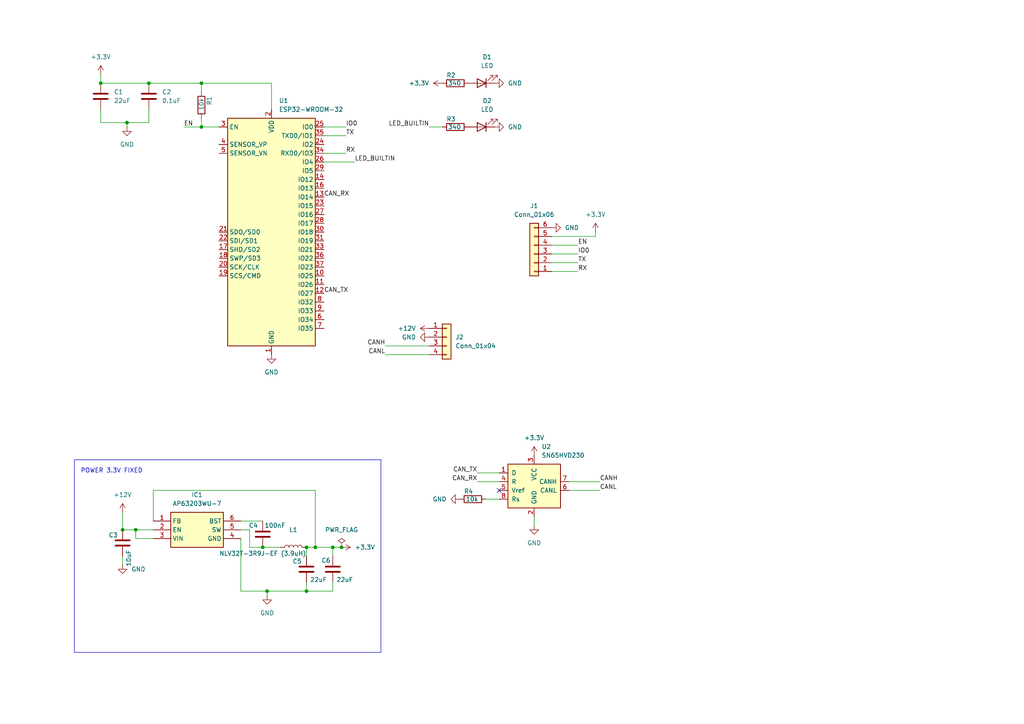
<source format=kicad_sch>
(kicad_sch (version 20250114) (generator "eeschema") (generator_version "9.0")
  (paper "A4")
  (lib_symbols
    (symbol "Connector_Generic:Conn_01x04" (pin_names (offset 1.016) (hide yes))
      (property "Reference" "J" (at 0 5.08 0))
      (property "Value" "Conn_01x04" (at 0 -7.62 0))
      (symbol "Conn_01x04_1_1"
        (rectangle (start -1.27 3.81) (end 1.27 -6.35) (stroke (width 0.254)) (fill (type background)))
        (rectangle (start -1.27 2.667) (end 0 2.413) (stroke (width 0.1524)))
        (rectangle (start -1.27 0.127) (end 0 -0.127) (stroke (width 0.1524)))
        (rectangle (start -1.27 -2.413) (end 0 -2.667) (stroke (width 0.1524)))
        (rectangle (start -1.27 -4.953) (end 0 -5.207) (stroke (width 0.1524)))
        (pin passive line (at -5.08 2.54 0) (length 3.81) (name "Pin_1") (number "1"))
        (pin passive line (at -5.08 0 0) (length 3.81) (name "Pin_2") (number "2"))
        (pin passive line (at -5.08 -2.54 0) (length 3.81) (name "Pin_3") (number "3"))
        (pin passive line (at -5.08 -5.08 0) (length 3.81) (name "Pin_4") (number "4"))
      )
    )
    (symbol "Connector_Generic:Conn_01x06" (pin_names (offset 1.016) (hide yes))
      (property "Reference" "J" (at 0 7.62 0))
      (property "Value" "Conn_01x06" (at 0 -10.16 0))
      (symbol "Conn_01x06_1_1"
        (rectangle (start -1.27 6.35) (end 1.27 -8.89) (stroke (width 0.254)) (fill (type background)))
        (rectangle (start -1.27 5.207) (end 0 4.953) (stroke (width 0.1524)))
        (rectangle (start -1.27 2.667) (end 0 2.413) (stroke (width 0.1524)))
        (rectangle (start -1.27 0.127) (end 0 -0.127) (stroke (width 0.1524)))
        (rectangle (start -1.27 -2.413) (end 0 -2.667) (stroke (width 0.1524)))
        (rectangle (start -1.27 -4.953) (end 0 -5.207) (stroke (width 0.1524)))
        (rectangle (start -1.27 -7.493) (end 0 -7.747) (stroke (width 0.1524)))
        (pin passive line (at -5.08 5.08 0) (length 3.81) (name "Pin_1") (number "1"))
        (pin passive line (at -5.08 2.54 0) (length 3.81) (name "Pin_2") (number "2"))
        (pin passive line (at -5.08 0 0) (length 3.81) (name "Pin_3") (number "3"))
        (pin passive line (at -5.08 -2.54 0) (length 3.81) (name "Pin_4") (number "4"))
        (pin passive line (at -5.08 -5.08 0) (length 3.81) (name "Pin_5") (number "5"))
        (pin passive line (at -5.08 -7.62 0) (length 3.81) (name "Pin_6") (number "6"))
      )
    )
    (symbol "Custom:AP63203WU-7"
      (property "Reference" "IC" (at 21.59 7.62 0))
      (property "Value" "AP63203WU-7" (at 21.59 5.08 0))
      (symbol "AP63203WU-7_1_1"
        (rectangle (start 5.08 2.54) (end 20.32 -7.62) (stroke (width 0.254)) (fill (type background)))
        (pin passive line (at 0 0 0) (length 5.08) (name "FB") (number "1"))
        (pin passive line (at 0 -2.54 0) (length 5.08) (name "EN") (number "2"))
        (pin passive line (at 0 -5.08 0) (length 5.08) (name "VIN") (number "3"))
        (pin passive line (at 25.4 0 180) (length 5.08) (name "BST") (number "6"))
        (pin passive line (at 25.4 -2.54 180) (length 5.08) (name "SW") (number "5"))
        (pin passive line (at 25.4 -5.08 180) (length 5.08) (name "GND") (number "4"))
      )
    )
    (symbol "Device:C" (pin_numbers (hide yes)) (pin_names (offset 0.254))
      (property "Reference" "C" (at 0.635 2.54 0))
      (property "Value" "C" (at 0.635 -2.54 0))
      (symbol "C_0_1"
        (polyline (pts (xy -2.032 0.762) (xy 2.032 0.762)) (stroke (width 0.508)))
        (polyline (pts (xy -2.032 -0.762) (xy 2.032 -0.762)) (stroke (width 0.508)))
      )
      (symbol "C_1_1"
        (pin passive line (at 0 3.81 270) (length 2.794) (name "~") (number "1"))
        (pin passive line (at 0 -3.81 90) (length 2.794) (name "~") (number "2"))
      )
    )
    (symbol "Device:L" (pin_numbers (hide yes)) (pin_names (offset 1.016) (hide yes))
      (property "Reference" "L" (at -1.27 0 90))
      (property "Value" "L" (at 1.905 0 90))
      (symbol "L_0_1"
        (arc (start 0 2.54) (mid 0.6323 1.905) (end 0 1.27))
        (arc (start 0 1.27) (mid 0.6323 0.635) (end 0 0))
        (arc (start 0 0) (mid 0.6323 -0.635) (end 0 -1.27))
        (arc (start 0 -1.27) (mid 0.6323 -1.905) (end 0 -2.54))
      )
      (symbol "L_1_1"
        (pin passive line (at 0 3.81 270) (length 1.27) (name "1") (number "1"))
        (pin passive line (at 0 -3.81 90) (length 1.27) (name "2") (number "2"))
      )
    )
    (symbol "Device:LED" (pin_numbers (hide yes)) (pin_names (offset 1.016) (hide yes))
      (property "Reference" "D" (at 0 2.54 0))
      (property "Value" "LED" (at 0 -2.54 0))
      (symbol "LED_0_1"
        (polyline (pts (xy -3.048 -0.762) (xy -4.572 -2.286) (xy -3.81 -2.286) (xy -4.572 -2.286) (xy -4.572 -1.524)))
        (polyline (pts (xy -1.778 -0.762) (xy -3.302 -2.286) (xy -2.54 -2.286) (xy -3.302 -2.286) (xy -3.302 -1.524)))
        (polyline (pts (xy -1.27 0) (xy 1.27 0)))
        (polyline (pts (xy -1.27 -1.27) (xy -1.27 1.27)) (stroke (width 0.254)))
        (polyline (pts (xy 1.27 -1.27) (xy 1.27 1.27) (xy -1.27 0) (xy 1.27 -1.27)) (stroke (width 0.254)))
      )
      (symbol "LED_1_1"
        (pin passive line (at -3.81 0 0) (length 2.54) (name "K") (number "1"))
        (pin passive line (at 3.81 0 180) (length 2.54) (name "A") (number "2"))
      )
    )
    (symbol "Device:R" (pin_numbers (hide yes)) (pin_names (offset 0))
      (property "Reference" "R" (at 2.032 0 90))
      (property "Value" "R" (at 0 0 90))
      (symbol "R_0_1"
        (rectangle (start -1.016 -2.54) (end 1.016 2.54) (stroke (width 0.254)))
      )
      (symbol "R_1_1"
        (pin passive line (at 0 3.81 270) (length 1.27) (name "~") (number "1"))
        (pin passive line (at 0 -3.81 90) (length 1.27) (name "~") (number "2"))
      )
    )
    (symbol "Interface_CAN_LIN:SN65HVD230" (pin_names (offset 1.016))
      (property "Reference" "U" (at -2.54 10.16 0))
      (property "Value" "SN65HVD230" (at -2.54 7.62 0))
      (symbol "SN65HVD230_0_1"
        (rectangle (start -7.62 5.08) (end 7.62 -7.62) (stroke (width 0.254)) (fill (type background)))
      )
      (symbol "SN65HVD230_1_1"
        (pin input line (at -10.16 2.54 0) (length 2.54) (name "D") (number "1"))
        (pin output line (at -10.16 0 0) (length 2.54) (name "R") (number "4"))
        (pin output line (at -10.16 -2.54 0) (length 2.54) (name "Vref") (number "5"))
        (pin input line (at -10.16 -5.08 0) (length 2.54) (name "Rs") (number "8"))
        (pin power_in line (at 0 7.62 270) (length 2.54) (name "VCC") (number "3"))
        (pin power_in line (at 0 -10.16 90) (length 2.54) (name "GND") (number "2"))
        (pin bidirectional line (at 10.16 0 180) (length 2.54) (name "CANH") (number "7"))
        (pin bidirectional line (at 10.16 -2.54 180) (length 2.54) (name "CANL") (number "6"))
      )
    )
    (symbol "RF_Module:ESP32-WROOM-32"
      (property "Reference" "U" (at -12.7 34.29 0))
      (property "Value" "ESP32-WROOM-32" (at 1.27 34.29 0))
      (symbol "ESP32-WROOM-32_0_1"
        (rectangle (start -12.7 33.02) (end 12.7 -33.02) (stroke (width 0.254)) (fill (type background)))
      )
      (symbol "ESP32-WROOM-32_1_1"
        (pin input line (at -15.24 30.48 0) (length 2.54) (name "EN") (number "3"))
        (pin input line (at -15.24 25.4 0) (length 2.54) (name "SENSOR_VP") (number "4"))
        (pin input line (at -15.24 22.86 0) (length 2.54) (name "SENSOR_VN") (number "5"))
        (pin bidirectional line (at -15.24 0 0) (length 2.54) (name "SDO/SD0") (number "21"))
        (pin bidirectional line (at -15.24 -2.54 0) (length 2.54) (name "SDI/SD1") (number "22"))
        (pin bidirectional line (at -15.24 -5.08 0) (length 2.54) (name "SHD/SD2") (number "17"))
        (pin bidirectional line (at -15.24 -7.62 0) (length 2.54) (name "SWP/SD3") (number "18"))
        (pin bidirectional line (at -15.24 -10.16 0) (length 2.54) (name "SCK/CLK") (number "20"))
        (pin bidirectional line (at -15.24 -12.7 0) (length 2.54) (name "SCS/CMD") (number "19"))
        (pin no_connect line (at -12.7 -27.94 0) (length 2.54) (hide yes) (name "NC") (number "32"))
        (pin power_in line (at 0 35.56 270) (length 2.54) (name "VDD") (number "2"))
        (pin power_in line (at 0 -35.56 90) (length 2.54) (name "GND") (number "1"))
        (pin passive line (at 0 -35.56 90) (length 2.54) (hide yes) (name "GND") (number "15"))
        (pin passive line (at 0 -35.56 90) (length 2.54) (hide yes) (name "GND") (number "38"))
        (pin passive line (at 0 -35.56 90) (length 2.54) (hide yes) (name "GND") (number "39"))
        (pin bidirectional line (at 15.24 30.48 180) (length 2.54) (name "IO0") (number "25"))
        (pin bidirectional line (at 15.24 27.94 180) (length 2.54) (name "TXD0/IO1") (number "35"))
        (pin bidirectional line (at 15.24 25.4 180) (length 2.54) (name "IO2") (number "24"))
        (pin bidirectional line (at 15.24 22.86 180) (length 2.54) (name "RXD0/IO3") (number "34"))
        (pin bidirectional line (at 15.24 20.32 180) (length 2.54) (name "IO4") (number "26"))
        (pin bidirectional line (at 15.24 17.78 180) (length 2.54) (name "IO5") (number "29"))
        (pin bidirectional line (at 15.24 15.24 180) (length 2.54) (name "IO12") (number "14"))
        (pin bidirectional line (at 15.24 12.7 180) (length 2.54) (name "IO13") (number "16"))
        (pin bidirectional line (at 15.24 10.16 180) (length 2.54) (name "IO14") (number "13"))
        (pin bidirectional line (at 15.24 7.62 180) (length 2.54) (name "IO15") (number "23"))
        (pin bidirectional line (at 15.24 5.08 180) (length 2.54) (name "IO16") (number "27"))
        (pin bidirectional line (at 15.24 2.54 180) (length 2.54) (name "IO17") (number "28"))
        (pin bidirectional line (at 15.24 0 180) (length 2.54) (name "IO18") (number "30"))
        (pin bidirectional line (at 15.24 -2.54 180) (length 2.54) (name "IO19") (number "31"))
        (pin bidirectional line (at 15.24 -5.08 180) (length 2.54) (name "IO21") (number "33"))
        (pin bidirectional line (at 15.24 -7.62 180) (length 2.54) (name "IO22") (number "36"))
        (pin bidirectional line (at 15.24 -10.16 180) (length 2.54) (name "IO23") (number "37"))
        (pin bidirectional line (at 15.24 -12.7 180) (length 2.54) (name "IO25") (number "10"))
        (pin bidirectional line (at 15.24 -15.24 180) (length 2.54) (name "IO26") (number "11"))
        (pin bidirectional line (at 15.24 -17.78 180) (length 2.54) (name "IO27") (number "12"))
        (pin bidirectional line (at 15.24 -20.32 180) (length 2.54) (name "IO32") (number "8"))
        (pin bidirectional line (at 15.24 -22.86 180) (length 2.54) (name "IO33") (number "9"))
        (pin input line (at 15.24 -25.4 180) (length 2.54) (name "IO34") (number "6"))
        (pin input line (at 15.24 -27.94 180) (length 2.54) (name "IO35") (number "7"))
      )
    )
    (symbol "power:+12V" (power) (pin_numbers (hide yes)) (pin_names (offset 0) (hide yes))
      (property "Value" "+12V" (at 0 3.556 0))
      (symbol "+12V_0_1"
        (polyline (pts (xy -0.762 1.27) (xy 0 2.54)))
        (polyline (pts (xy 0 2.54) (xy 0.762 1.27)))
        (polyline (pts (xy 0 0) (xy 0 2.54)))
      )
      (symbol "+12V_1_1"
        (pin power_in line (at 0 0 90) (length 0) (name "~") (number "1"))
      )
    )
    (symbol "power:+3.3V" (power) (pin_numbers (hide yes)) (pin_names (offset 0) (hide yes))
      (property "Value" "+3.3V" (at 0 3.556 0))
      (symbol "+3.3V_0_1"
        (polyline (pts (xy -0.762 1.27) (xy 0 2.54)))
        (polyline (pts (xy 0 2.54) (xy 0.762 1.27)))
        (polyline (pts (xy 0 0) (xy 0 2.54)))
      )
      (symbol "+3.3V_1_1"
        (pin power_in line (at 0 0 90) (length 0) (name "~") (number "1"))
      )
    )
    (symbol "power:GND" (power) (pin_numbers (hide yes)) (pin_names (offset 0) (hide yes))
      (property "Value" "GND" (at 0 -3.81 0))
      (symbol "GND_0_1"
        (polyline (pts (xy 0 0) (xy 0 -1.27) (xy 1.27 -1.27) (xy 0 -2.54) (xy -1.27 -1.27) (xy 0 -1.27)))
      )
      (symbol "GND_1_1"
        (pin power_in line (at 0 0 270) (length 0) (name "~") (number "1"))
      )
    )
    (symbol "power:PWR_FLAG" (power) (pin_numbers (hide yes)) (pin_names (offset 0) (hide yes))
      (property "Value" "PWR_FLAG" (at 0 3.81 0))
      (symbol "PWR_FLAG_0_0"
        (pin power_out line (at 0 0 90) (length 0) (name "~") (number "1"))
      )
      (symbol "PWR_FLAG_0_1"
        (polyline (pts (xy 0 0) (xy 0 1.27) (xy -1.016 1.905) (xy 0 2.54) (xy 1.016 1.905) (xy 0 1.27)))
      )
    )
  )
  (rectangle (start 21.59 133.35) (end 110.49 189.23))
  (text "POWER 3.3V FIXED" (at 23.368 135.89 0) (effects (font (size 1.27 1.27)) (justify left top)))
  (junction (at 58.42 36.83))
  (junction (at 35.56 153.67))
  (junction (at 36.83 35.56))
  (junction (at 58.42 24.13))
  (junction (at 88.9 171.45))
  (junction (at 88.9 158.75))
  (junction (at 39.37 153.67))
  (junction (at 29.21 24.13))
  (junction (at 96.52 158.75))
  (junction (at 91.44 158.75))
  (junction (at 76.2 158.75))
  (junction (at 99.06 158.75))
  (junction (at 77.47 171.45))
  (junction (at 43.18 24.13))
  (no_connect (at 144.78 142.24))
  (wire (pts (xy 44.45 142.24) (xy 44.45 151.13)))
  (wire (pts (xy 138.43 139.7) (xy 144.78 139.7)))
  (wire (pts (xy 124.46 36.83) (xy 128.27 36.83)))
  (wire (pts (xy 69.85 151.13) (xy 76.2 151.13)))
  (wire (pts (xy 69.85 153.67) (xy 72.39 153.67)))
  (wire (pts (xy 69.85 171.45) (xy 77.47 171.45)))
  (wire (pts (xy 39.37 153.67) (xy 44.45 153.67)))
  (wire (pts (xy 96.52 168.91) (xy 96.52 171.45)))
  (wire (pts (xy 58.42 34.29) (xy 58.42 36.83)))
  (wire (pts (xy 72.39 153.67) (xy 72.39 158.75)))
  (wire (pts (xy 29.21 35.56) (xy 36.83 35.56)))
  (wire (pts (xy 91.44 158.75) (xy 96.52 158.75)))
  (wire (pts (xy 88.9 168.91) (xy 88.9 171.45)))
  (wire (pts (xy 29.21 21.59) (xy 29.21 24.13)))
  (wire (pts (xy 36.83 35.56) (xy 36.83 36.83)))
  (wire (pts (xy 77.47 171.45) (xy 88.9 171.45)))
  (wire (pts (xy 58.42 24.13) (xy 78.74 24.13)))
  (wire (pts (xy 39.37 156.21) (xy 44.45 156.21)))
  (wire (pts (xy 72.39 158.75) (xy 76.2 158.75)))
  (wire (pts (xy 29.21 24.13) (xy 43.18 24.13)))
  (wire (pts (xy 138.43 137.16) (xy 144.78 137.16)))
  (wire (pts (xy 35.56 153.67) (xy 39.37 153.67)))
  (wire (pts (xy 58.42 26.67) (xy 58.42 24.13)))
  (wire (pts (xy 96.52 158.75) (xy 99.06 158.75)))
  (wire (pts (xy 167.64 78.74) (xy 160.02 78.74)))
  (wire (pts (xy 43.18 24.13) (xy 58.42 24.13)))
  (wire (pts (xy 78.74 24.13) (xy 78.74 31.75)))
  (wire (pts (xy 167.64 76.2) (xy 160.02 76.2)))
  (wire (pts (xy 36.83 35.56) (xy 43.18 35.56)))
  (wire (pts (xy 93.98 44.45) (xy 100.33 44.45)))
  (wire (pts (xy 35.56 148.59) (xy 35.56 153.67)))
  (wire (pts (xy 91.44 142.24) (xy 44.45 142.24)))
  (wire (pts (xy 53.34 36.83) (xy 58.42 36.83)))
  (wire (pts (xy 154.94 152.4) (xy 154.94 149.86)))
  (wire (pts (xy 173.99 142.24) (xy 165.1 142.24)))
  (wire (pts (xy 93.98 36.83) (xy 100.33 36.83)))
  (wire (pts (xy 77.47 171.45) (xy 77.47 172.72)))
  (wire (pts (xy 111.76 102.87) (xy 124.46 102.87)))
  (wire (pts (xy 111.76 100.33) (xy 124.46 100.33)))
  (wire (pts (xy 160.02 68.58) (xy 172.72 68.58)))
  (wire (pts (xy 140.97 144.78) (xy 144.78 144.78)))
  (wire (pts (xy 93.98 39.37) (xy 100.33 39.37)))
  (wire (pts (xy 88.9 171.45) (xy 96.52 171.45)))
  (wire (pts (xy 173.99 139.7) (xy 165.1 139.7)))
  (wire (pts (xy 91.44 158.75) (xy 91.44 142.24)))
  (wire (pts (xy 35.56 161.29) (xy 35.56 163.83)))
  (wire (pts (xy 43.18 31.75) (xy 43.18 35.56)))
  (wire (pts (xy 76.2 158.75) (xy 81.28 158.75)))
  (wire (pts (xy 39.37 156.21) (xy 39.37 153.67)))
  (wire (pts (xy 96.52 161.29) (xy 96.52 158.75)))
  (wire (pts (xy 167.64 73.66) (xy 160.02 73.66)))
  (wire (pts (xy 29.21 31.75) (xy 29.21 35.56)))
  (wire (pts (xy 167.64 71.12) (xy 160.02 71.12)))
  (wire (pts (xy 69.85 156.21) (xy 69.85 171.45)))
  (wire (pts (xy 102.87 46.99) (xy 93.98 46.99)))
  (wire (pts (xy 172.72 68.58) (xy 172.72 67.31)))
  (wire (pts (xy 58.42 36.83) (xy 63.5 36.83)))
  (wire (pts (xy 88.9 158.75) (xy 91.44 158.75)))
  (wire (pts (xy 88.9 161.29) (xy 88.9 158.75)))
  (label "CAN_RX" (at 93.98 57.15 0))
  (label "CANL" (at 111.76 102.87 180))
  (label "RX" (at 167.64 78.74 0))
  (label "CAN_TX" (at 93.98 85.09 0))
  (label "CAN_TX" (at 138.43 137.16 180))
  (label "IO0" (at 100.33 36.83 0))
  (label "LED_BUILTIN" (at 102.87 46.99 0))
  (label "CANL" (at 173.99 142.24 0))
  (label "EN" (at 167.64 71.12 0))
  (label "TX" (at 167.64 76.2 0))
  (label "RX" (at 100.33 44.45 0))
  (label "CAN_RX" (at 138.43 139.7 180))
  (label "TX" (at 100.33 39.37 0))
  (label "CANH" (at 173.99 139.7 0))
  (label "IO0" (at 167.64 73.66 0))
  (label "CANH" (at 111.76 100.33 180))
  (label "LED_BUILTIN" (at 124.46 36.83 180))
  (label "EN" (at 53.34 36.83 0))
  (symbol (lib_id "Device:C") (at 29.21 27.94 0) (unit 1)
    (property "Reference" "C1" (at 33.02 26.6699 0) (effects (justify left)))
    (property "Value" "22uF" (at 33.02 29.2099 0) (effects (justify left)))
    (property "Footprint" "Capacitor_SMD:C_1206_3216Metric_Pad1.33x1.80mm_HandSolder" (effects (hide yes)))
    (property "Description" "Unpolarized capacitor" (effects (hide yes)))
  )
  (symbol (lib_id "Device:C") (at 43.18 27.94 0) (unit 1)
    (property "Reference" "C2" (at 46.99 26.6699 0) (effects (justify left)))
    (property "Value" "0.1uF" (at 46.99 29.2099 0) (effects (justify left)))
    (property "Footprint" "Capacitor_SMD:C_1206_3216Metric_Pad1.33x1.80mm_HandSolder" (effects (hide yes)))
    (property "Description" "Unpolarized capacitor" (effects (hide yes)))
  )
  (symbol (lib_id "Device:LED") (at 139.7 36.83 180) (unit 1)
    (property "Reference" "D2" (at 141.2875 29.21 0))
    (property "Value" "LED" (at 141.2875 31.75 0))
    (property "Footprint" "LED_SMD:LED_1206_3216Metric_Pad1.42x1.75mm_HandSolder" (effects (hide yes)))
    (property "Description" "Light emitting diode" (effects (hide yes)))
    (property "Sim.Pins" "1=K 2=A" (effects (hide yes)))
  )
  (symbol (lib_id "Device:R") (at 132.08 24.13 90) (unit 1)
    (property "Reference" "R2" (at 130.81 21.844 90))
    (property "Value" "340" (at 131.826 24.13 90))
    (property "Footprint" "Resistor_SMD:R_1206_3216Metric_Pad1.30x1.75mm_HandSolder" (effects (hide yes)))
    (property "Description" "Resistor" (effects (hide yes)))
  )
  (symbol (lib_id "power:GND") (at 133.35 144.78 270) (unit 1)
    (property "Reference" "#PWR012" (effects (hide yes)))
    (property "Value" "GND" (at 129.54 144.7799 90) (effects (justify right)))
    (property "Description" "Power symbol creates a global label with name \"GND\" , ground" (effects (hide yes)))
  )
  (symbol (lib_id "Device:L") (at 85.09 158.75 90) (unit 1)
    (property "Reference" "L1" (at 85.09 153.67 90))
    (property "Value" "NLV32T-3R9J-EF (3.9uH)" (at 76.2 160.528 90))
    (property "Footprint" "CustomLibraries:INDM3225X240N" (effects (hide yes)))
    (property "Datasheet" "https://product.tdk.com/system/files/dam/doc/product/inductor/inductor/smd/catalog/inductor_commercial_standard_nlv32-ef_en.pdf?ref_disty=mouser" (effects (hide yes)))
    (property "Description" "Mouser: NLV32T-3R9J-EF" (effects (hide yes)))
  )
  (symbol (lib_id "power:GND") (at 143.51 36.83 90) (unit 1)
    (property "Reference" "#PWR010" (effects (hide yes)))
    (property "Value" "GND" (at 147.32 36.8299 90) (effects (justify right)))
    (property "Description" "Power symbol creates a global label with name \"GND\" , ground" (effects (hide yes)))
  )
  (symbol (lib_id "power:+3.3V") (at 154.94 132.08 0) (unit 1)
    (property "Reference" "#PWR017" (effects (hide yes)))
    (property "Value" "+3.3V" (at 154.94 127 0))
    (property "Description" "Power symbol creates a global label with name \"+3.3V\"" (effects (hide yes)))
  )
  (symbol (lib_id "power:GND") (at 124.46 97.79 270) (unit 1)
    (property "Reference" "#PWR07" (effects (hide yes)))
    (property "Value" "GND" (at 120.65 97.7899 90) (effects (justify right)))
    (property "Description" "Power symbol creates a global label with name \"GND\" , ground" (effects (hide yes)))
  )
  (symbol (lib_id "Connector_Generic:Conn_01x04") (at 129.54 97.79 0) (unit 1)
    (property "Reference" "J2" (at 132.08 97.7899 0) (effects (justify left)))
    (property "Value" "Conn_01x04" (at 132.08 100.3299 0) (effects (justify left)))
    (property "Footprint" "CustomLibraries:CAN_PLUS_POWER" (effects (hide yes)))
    (property "Description" "Generic connector, single row, 01x04, script generated (kicad-library-utils/schlib/autogen/connector/)" (effects (hide yes)))
  )
  (symbol (lib_id "power:+3.3V") (at 172.72 67.31 0) (unit 1)
    (property "Reference" "#PWR04" (effects (hide yes)))
    (property "Value" "+3.3V" (at 172.72 62.23 0))
    (property "Description" "Power symbol creates a global label with name \"+3.3V\"" (effects (hide yes)))
  )
  (symbol (lib_id "Device:C") (at 35.56 157.48 0) (unit 1)
    (property "Reference" "C3" (at 31.496 155.194 0) (effects (justify left)))
    (property "Value" "10uF" (at 37.338 164.338 90) (effects (justify left)))
    (property "Footprint" "Capacitor_SMD:C_1206_3216Metric" (effects (hide yes)))
    (property "Description" "Unpolarized capacitor" (effects (hide yes)))
  )
  (symbol (lib_id "power:+12V") (at 35.56 148.59 0) (unit 1)
    (property "Reference" "#PWR014" (effects (hide yes)))
    (property "Value" "+12V" (at 35.56 143.51 0))
    (property "Description" "Power symbol creates a global label with name \"+12V\"" (effects (hide yes)))
  )
  (symbol (lib_id "Device:C") (at 96.52 165.1 0) (unit 1)
    (property "Reference" "C6" (at 93.218 162.56 0) (effects (justify left)))
    (property "Value" "22uF" (at 97.536 168.148 0) (effects (justify left)))
    (property "Footprint" "Capacitor_SMD:C_1206_3216Metric_Pad1.33x1.80mm_HandSolder" (effects (hide yes)))
    (property "Description" "Unpolarized capacitor" (effects (hide yes)))
  )
  (symbol (lib_id "power:GND") (at 36.83 36.83 0) (unit 1)
    (property "Reference" "#PWR01" (effects (hide yes)))
    (property "Value" "GND" (at 36.83 41.91 0))
    (property "Description" "Power symbol creates a global label with name \"GND\" , ground" (effects (hide yes)))
  )
  (symbol (lib_id "power:PWR_FLAG") (at 99.06 158.75 0) (unit 1)
    (property "Reference" "#FLG05" (effects (hide yes)))
    (property "Value" "PWR_FLAG" (at 99.06 153.67 0))
    (property "Description" "Special symbol for telling ERC where power comes from" (effects (hide yes)))
  )
  (symbol (lib_id "Connector_Generic:Conn_01x06") (at 154.94 73.66 180) (unit 1)
    (property "Reference" "J1" (at 154.94 59.69 0))
    (property "Value" "Conn_01x06" (at 154.94 62.23 0))
    (property "Footprint" "Connector_PinHeader_2.54mm:PinHeader_1x06_P2.54mm_Horizontal" (effects (hide yes)))
    (property "Description" "Generic connector, single row, 01x06, script generated (kicad-library-utils/schlib/autogen/connector/)" (effects (hide yes)))
  )
  (symbol (lib_id "Device:C") (at 88.9 165.1 0) (unit 1)
    (property "Reference" "C5" (at 84.836 162.814 0) (effects (justify left)))
    (property "Value" "22uF" (at 89.916 168.148 0) (effects (justify left)))
    (property "Footprint" "Capacitor_SMD:C_1206_3216Metric_Pad1.33x1.80mm_HandSolder" (effects (hide yes)))
    (property "Description" "Unpolarized capacitor" (effects (hide yes)))
  )
  (symbol (lib_id "power:+3.3V") (at 29.21 21.59 0) (unit 1)
    (property "Reference" "#PWR02" (effects (hide yes)))
    (property "Value" "+3.3V" (at 29.21 16.51 0))
    (property "Description" "Power symbol creates a global label with name \"+3.3V\"" (effects (hide yes)))
  )
  (symbol (lib_id "power:+12V") (at 124.46 95.25 90) (unit 1)
    (property "Reference" "#PWR06" (effects (hide yes)))
    (property "Value" "+12V" (at 120.65 95.2499 90) (effects (justify left)))
    (property "Description" "Power symbol creates a global label with name \"+12V\"" (effects (hide yes)))
  )
  (symbol (lib_id "Device:LED") (at 139.7 24.13 180) (unit 1)
    (property "Reference" "D1" (at 141.2875 16.51 0))
    (property "Value" "LED" (at 141.2875 19.05 0))
    (property "Footprint" "LED_SMD:LED_1206_3216Metric_Pad1.42x1.75mm_HandSolder" (effects (hide yes)))
    (property "Description" "Light emitting diode" (effects (hide yes)))
    (property "Sim.Pins" "1=K 2=A" (effects (hide yes)))
  )
  (symbol (lib_id "power:GND") (at 35.56 163.83 0) (unit 1)
    (property "Reference" "#PWR015" (effects (hide yes)))
    (property "Value" "GND" (at 38.1 165.0999 0) (effects (justify left)))
    (property "Description" "Power symbol creates a global label with name \"GND\" , ground" (effects (hide yes)))
  )
  (symbol (lib_id "RF_Module:ESP32-WROOM-32") (at 78.74 67.31 0) (unit 1)
    (property "Reference" "U1" (at 80.8833 29.21 0) (effects (justify left)))
    (property "Value" "ESP32-WROOM-32" (at 80.8833 31.75 0) (effects (justify left)))
    (property "Footprint" "RF_Module:ESP32-WROOM-32" (effects (hide yes)))
    (property "Datasheet" "https://www.espressif.com/sites/default/files/documentation/esp32-wroom-32_datasheet_en.pdf" (effects (hide yes)))
    (property "Description" "RF Module, ESP32-D0WDQ6 SoC, Wi-Fi 802.11b/g/n, Bluetooth, BLE, 32-bit, 2.7-3.6V, onboard antenna, SMD" (effects (hide yes)))
  )
  (symbol (lib_id "power:+3.3V") (at 99.06 158.75 270) (unit 1)
    (property "Reference" "#PWR021" (effects (hide yes)))
    (property "Value" "+3.3V" (at 102.87 158.7499 90) (effects (justify left)))
    (property "Description" "Power symbol creates a global label with name \"+3.3V\"" (effects (hide yes)))
  )
  (symbol (lib_id "power:GND") (at 160.02 66.04 90) (unit 1)
    (property "Reference" "#PWR05" (effects (hide yes)))
    (property "Value" "GND" (at 163.83 66.0399 90) (effects (justify right)))
    (property "Description" "Power symbol creates a global label with name \"GND\" , ground" (effects (hide yes)))
  )
  (symbol (lib_id "power:+3.3V") (at 128.27 24.13 90) (unit 1)
    (property "Reference" "#PWR08" (effects (hide yes)))
    (property "Value" "+3.3V" (at 124.46 24.1299 90) (effects (justify left)))
    (property "Description" "Power symbol creates a global label with name \"+3.3V\"" (effects (hide yes)))
  )
  (symbol (lib_id "Device:R") (at 58.42 30.48 0) (unit 1)
    (property "Reference" "R1" (at 60.706 29.21 90))
    (property "Value" "10k" (at 58.42 30.226 90))
    (property "Footprint" "Resistor_SMD:R_1206_3216Metric_Pad1.30x1.75mm_HandSolder" (effects (hide yes)))
    (property "Description" "Resistor" (effects (hide yes)))
  )
  (symbol (lib_id "Device:C") (at 76.2 154.94 0) (unit 1)
    (property "Reference" "C4" (at 72.136 152.4 0) (effects (justify left)))
    (property "Value" "100nF" (at 76.708 152.4 0) (effects (justify left)))
    (property "Footprint" "Capacitor_SMD:C_1206_3216Metric" (effects (hide yes)))
    (property "Description" "Unpolarized capacitor" (effects (hide yes)))
  )
  (symbol (lib_id "Interface_CAN_LIN:SN65HVD230") (at 154.94 139.7 0) (unit 1)
    (property "Reference" "U2" (at 157.0833 129.54 0) (effects (justify left)))
    (property "Value" "SN65HVD230" (at 157.0833 132.08 0) (effects (justify left)))
    (property "Footprint" "Package_SO:SOIC-8_3.9x4.9mm_P1.27mm" (effects (hide yes)))
    (property "Datasheet" "http://www.ti.com/lit/ds/symlink/sn65hvd230.pdf" (effects (hide yes)))
    (property "Description" "CAN Bus Transceivers, 3.3V, 1Mbps, Low-Power capabilities, SOIC-8" (effects (hide yes)))
  )
  (symbol (lib_id "Custom:AP63203WU-7") (at 44.45 151.13 0) (unit 1)
    (property "Reference" "IC1" (at 57.15 143.51 0))
    (property "Value" "AP63203WU-7" (at 57.15 146.05 0))
    (property "Footprint" "CustomLibraries:AP63203WU7" (effects (hide yes)))
    (property "Datasheet" "https://www.diodes.com/assets/Datasheets/AP63200-AP63201-AP63203-AP63205.pdf" (effects (hide yes)))
    (property "Description" "Switching Voltage Regulators DCDC Conv HV Buck TSOT26 T&R 3K" (effects (hide yes)))
    (property "Height" "1" (effects (hide yes)))
    (property "Mouser Part Number" "621-AP63203WU-7" (effects (hide yes)))
    (property "Mouser Price/Stock" "https://www.mouser.co.uk/ProductDetail/Diodes-Incorporated/AP63203WU-7?qs=u16ybLDytRZ1JqxbuLkMJw%3D%3D" (effects (hide yes)))
    (property "Manufacturer_Name" "Diodes Incorporated" (effects (hide yes)))
    (property "Manufacturer_Part_Number" "AP63203WU-7" (effects (hide yes)))
  )
  (symbol (lib_id "power:GND") (at 154.94 152.4 0) (unit 1)
    (property "Reference" "#PWR011" (effects (hide yes)))
    (property "Value" "GND" (at 154.94 157.48 0))
    (property "Description" "Power symbol creates a global label with name \"GND\" , ground" (effects (hide yes)))
  )
  (symbol (lib_id "power:GND") (at 78.74 102.87 0) (unit 1)
    (property "Reference" "#PWR03" (effects (hide yes)))
    (property "Value" "GND" (at 78.74 107.95 0))
    (property "Description" "Power symbol creates a global label with name \"GND\" , ground" (effects (hide yes)))
  )
  (symbol (lib_id "power:GND") (at 143.51 24.13 90) (unit 1)
    (property "Reference" "#PWR09" (effects (hide yes)))
    (property "Value" "GND" (at 147.32 24.1299 90) (effects (justify right)))
    (property "Description" "Power symbol creates a global label with name \"GND\" , ground" (effects (hide yes)))
  )
  (symbol (lib_id "power:GND") (at 77.47 172.72 0) (unit 1)
    (property "Reference" "#PWR020" (effects (hide yes)))
    (property "Value" "GND" (at 77.47 177.8 0))
    (property "Description" "Power symbol creates a global label with name \"GND\" , ground" (effects (hide yes)))
  )
  (symbol (lib_id "Device:R") (at 132.08 36.83 90) (unit 1)
    (property "Reference" "R3" (at 130.81 34.544 90))
    (property "Value" "340" (at 131.826 36.83 90))
    (property "Footprint" "Resistor_SMD:R_1206_3216Metric_Pad1.30x1.75mm_HandSolder" (effects (hide yes)))
    (property "Description" "Resistor" (effects (hide yes)))
  )
  (symbol (lib_id "Device:R") (at 137.16 144.78 90) (unit 1)
    (property "Reference" "R4" (at 135.89 142.494 90))
    (property "Value" "10k" (at 136.906 144.78 90))
    (property "Footprint" "Resistor_SMD:R_1206_3216Metric_Pad1.30x1.75mm_HandSolder" (effects (hide yes)))
    (property "Description" "Resistor" (effects (hide yes)))
  )
)
</source>
